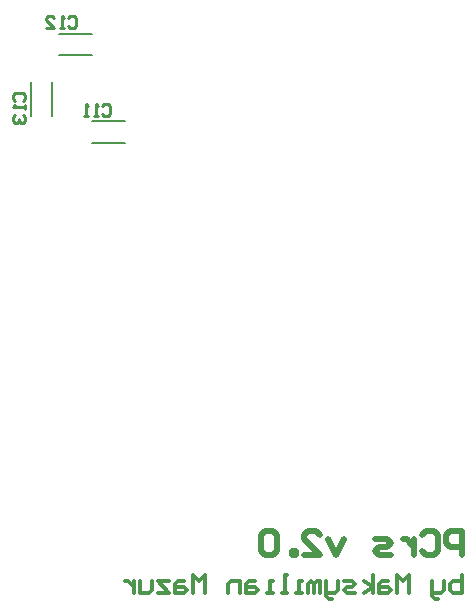
<source format=gbr>
%TF.GenerationSoftware,Altium Limited,Altium Designer,25.3.3 (18)*%
G04 Layer_Color=32896*
%FSLAX45Y45*%
%MOMM*%
%TF.SameCoordinates,ACD2DE35-000D-4175-8758-006393140AE5*%
%TF.FilePolarity,Positive*%
%TF.FileFunction,Legend,Bot*%
%TF.Part,Single*%
G01*
G75*
%TA.AperFunction,NonConductor*%
%ADD53C,0.20000*%
%ADD54C,0.25400*%
%ADD59C,0.30000*%
%ADD60C,0.50000*%
D53*
X13469392Y8240607D02*
X13750606D01*
X13469392Y8059393D02*
X13750606D01*
X13229393Y7549394D02*
Y7830607D01*
X13410606Y7549394D02*
Y7830607D01*
X13749393Y7319393D02*
X14030606D01*
X13749393Y7500607D02*
X14030606D01*
D54*
X13096144Y7669248D02*
X13079216Y7686175D01*
Y7720031D01*
X13096144Y7736959D01*
X13163857D01*
X13180783Y7720031D01*
Y7686175D01*
X13163857Y7669248D01*
X13180783Y7635392D02*
Y7601536D01*
Y7618464D01*
X13079216D01*
X13096144Y7635392D01*
Y7550752D02*
X13079216Y7533824D01*
Y7499969D01*
X13096144Y7483041D01*
X13113072D01*
X13130000Y7499969D01*
Y7516897D01*
Y7499969D01*
X13146928Y7483041D01*
X13163857D01*
X13180783Y7499969D01*
Y7533824D01*
X13163857Y7550752D01*
X13549248Y8373856D02*
X13566174Y8390784D01*
X13600031D01*
X13616959Y8373856D01*
Y8306144D01*
X13600031Y8289217D01*
X13566174D01*
X13549248Y8306144D01*
X13515392Y8289217D02*
X13481535D01*
X13498463D01*
Y8390784D01*
X13515392Y8373856D01*
X13363042Y8289217D02*
X13430753D01*
X13363042Y8356928D01*
Y8373856D01*
X13379968Y8390784D01*
X13413824D01*
X13430753Y8373856D01*
X13832320Y7633856D02*
X13849248Y7650784D01*
X13883102D01*
X13900031Y7633856D01*
Y7566144D01*
X13883102Y7549217D01*
X13849248D01*
X13832320Y7566144D01*
X13798463Y7549217D02*
X13764607D01*
X13781535D01*
Y7650784D01*
X13798463Y7633856D01*
X13713824Y7549217D02*
X13679968D01*
X13696896D01*
Y7650784D01*
X13713824Y7633856D01*
D59*
X16879079Y3659936D02*
Y3509984D01*
X16804102D01*
X16779111Y3534976D01*
Y3559968D01*
Y3584960D01*
X16804102Y3609952D01*
X16879079D01*
X16729126D02*
Y3534976D01*
X16704134Y3509984D01*
X16629160D01*
Y3484992D01*
X16654150Y3460000D01*
X16679143D01*
X16629160Y3509984D02*
Y3609952D01*
X16429224Y3509984D02*
Y3659936D01*
X16379240Y3609952D01*
X16329256Y3659936D01*
Y3509984D01*
X16254280Y3609952D02*
X16204295D01*
X16179305Y3584960D01*
Y3509984D01*
X16254280D01*
X16279272Y3534976D01*
X16254280Y3559968D01*
X16179305D01*
X16129321Y3509984D02*
Y3659936D01*
Y3559968D02*
X16054346Y3609952D01*
X16129321Y3559968D02*
X16054346Y3509984D01*
X15979369D02*
X15904393D01*
X15879402Y3534976D01*
X15904393Y3559968D01*
X15954378D01*
X15979369Y3584960D01*
X15954378Y3609952D01*
X15879402D01*
X15829417D02*
Y3534976D01*
X15804427Y3509984D01*
X15729449D01*
Y3484992D01*
X15754442Y3460000D01*
X15779434D01*
X15729449Y3509984D02*
Y3609952D01*
X15679466Y3509984D02*
Y3609952D01*
X15654474D01*
X15629482Y3584960D01*
Y3509984D01*
Y3584960D01*
X15604491Y3609952D01*
X15579498Y3584960D01*
Y3509984D01*
X15529515D02*
X15479530D01*
X15504523D01*
Y3609952D01*
X15529515D01*
X15404555Y3509984D02*
X15354572D01*
X15379562D01*
Y3659936D01*
X15404555D01*
X15279596Y3509984D02*
X15229613D01*
X15254604D01*
Y3609952D01*
X15279596D01*
X15129643D02*
X15079660D01*
X15054668Y3584960D01*
Y3509984D01*
X15129643D01*
X15154636Y3534976D01*
X15129643Y3559968D01*
X15054668D01*
X15004684Y3509984D02*
Y3609952D01*
X14929709D01*
X14904716Y3584960D01*
Y3509984D01*
X14704782D02*
Y3659936D01*
X14654797Y3609952D01*
X14604814Y3659936D01*
Y3509984D01*
X14529839Y3609952D02*
X14479854D01*
X14454863Y3584960D01*
Y3509984D01*
X14529839D01*
X14554829Y3534976D01*
X14529839Y3559968D01*
X14454863D01*
X14404880Y3609952D02*
X14304910D01*
X14404880Y3509984D01*
X14304910D01*
X14254927Y3609952D02*
Y3534976D01*
X14229935Y3509984D01*
X14154961D01*
Y3609952D01*
X14104976D02*
Y3509984D01*
Y3559968D01*
X14079984Y3584960D01*
X14054993Y3609952D01*
X14030000D01*
D60*
X16879079Y3830000D02*
Y4029936D01*
X16779111D01*
X16745787Y3996613D01*
Y3929968D01*
X16779111Y3896645D01*
X16879079D01*
X16545853Y3996613D02*
X16579173Y4029936D01*
X16645821D01*
X16679143Y3996613D01*
Y3863323D01*
X16645821Y3830000D01*
X16579173D01*
X16545853Y3863323D01*
X16479207Y3963291D02*
Y3830000D01*
Y3896645D01*
X16445885Y3929968D01*
X16412563Y3963291D01*
X16379239D01*
X16279271Y3830000D02*
X16179303D01*
X16145981Y3863323D01*
X16179303Y3896645D01*
X16245947D01*
X16279271Y3929968D01*
X16245947Y3963291D01*
X16145981D01*
X15879401D02*
X15812755Y3830000D01*
X15746109Y3963291D01*
X15546175Y3830000D02*
X15679465D01*
X15546175Y3963291D01*
Y3996613D01*
X15579495Y4029936D01*
X15646143D01*
X15679465Y3996613D01*
X15479529Y3830000D02*
Y3863323D01*
X15446207D01*
Y3830000D01*
X15479529D01*
X15312917Y3996613D02*
X15279593Y4029936D01*
X15212949D01*
X15179625Y3996613D01*
Y3863323D01*
X15212949Y3830000D01*
X15279593D01*
X15312917Y3863323D01*
Y3996613D01*
%TF.MD5,2432c7c8bf9743267171508d635e3677*%
M02*

</source>
